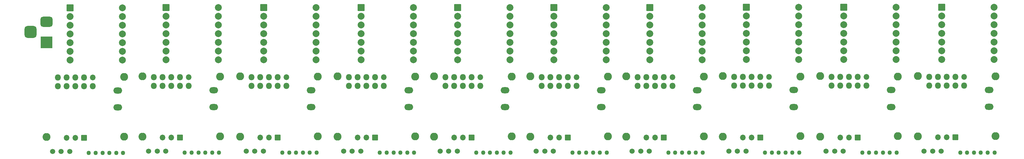
<source format=gbr>
%TF.GenerationSoftware,KiCad,Pcbnew,8.0.6*%
%TF.CreationDate,2024-11-22T20:17:50-05:00*%
%TF.ProjectId,exosuit_modular_board,65786f73-7569-4745-9f6d-6f64756c6172,rev?*%
%TF.SameCoordinates,Original*%
%TF.FileFunction,Soldermask,Top*%
%TF.FilePolarity,Negative*%
%FSLAX46Y46*%
G04 Gerber Fmt 4.6, Leading zero omitted, Abs format (unit mm)*
G04 Created by KiCad (PCBNEW 8.0.6) date 2024-11-22 20:17:50*
%MOMM*%
%LPD*%
G01*
G04 APERTURE LIST*
G04 Aperture macros list*
%AMRoundRect*
0 Rectangle with rounded corners*
0 $1 Rounding radius*
0 $2 $3 $4 $5 $6 $7 $8 $9 X,Y pos of 4 corners*
0 Add a 4 corners polygon primitive as box body*
4,1,4,$2,$3,$4,$5,$6,$7,$8,$9,$2,$3,0*
0 Add four circle primitives for the rounded corners*
1,1,$1+$1,$2,$3*
1,1,$1+$1,$4,$5*
1,1,$1+$1,$6,$7*
1,1,$1+$1,$8,$9*
0 Add four rect primitives between the rounded corners*
20,1,$1+$1,$2,$3,$4,$5,0*
20,1,$1+$1,$4,$5,$6,$7,0*
20,1,$1+$1,$6,$7,$8,$9,0*
20,1,$1+$1,$8,$9,$2,$3,0*%
G04 Aperture macros list end*
%ADD10O,2.601600X1.801600*%
%ADD11O,2.301600X2.301600*%
%ADD12C,1.270000*%
%ADD13O,1.676400X1.676400*%
%ADD14O,1.801600X1.801600*%
%ADD15RoundRect,0.050800X0.787400X0.787400X-0.787400X0.787400X-0.787400X-0.787400X0.787400X-0.787400X0*%
%ADD16RoundRect,0.102000X-0.900000X-0.900000X0.900000X-0.900000X0.900000X0.900000X-0.900000X0.900000X0*%
%ADD17C,2.004000*%
%ADD18C,1.498600*%
%ADD19R,3.500000X3.500000*%
%ADD20RoundRect,0.750000X-1.000000X0.750000X-1.000000X-0.750000X1.000000X-0.750000X1.000000X0.750000X0*%
%ADD21RoundRect,0.875000X-0.875000X0.875000X-0.875000X-0.875000X0.875000X-0.875000X0.875000X0.875000X0*%
G04 APERTURE END LIST*
D10*
%TO.C,*%
X206901957Y-105425000D03*
%TD*%
D11*
%TO.C,*%
X355093000Y-101326000D03*
%TD*%
D12*
%TO.C,J7s1*%
X310903085Y-123684000D03*
X312903086Y-123684000D03*
X314903085Y-123684000D03*
X316903086Y-123684000D03*
X318903084Y-123684000D03*
X320903085Y-123684000D03*
%TD*%
D13*
%TO.C,H1*%
X143303915Y-101700000D03*
D14*
X143303915Y-104240000D03*
X140763915Y-101700000D03*
X140763915Y-104240000D03*
X138223915Y-101700000D03*
X138223915Y-104240000D03*
X135683915Y-101700000D03*
X135683915Y-104240000D03*
X133143915Y-101700000D03*
X133143915Y-104240000D03*
%TD*%
D11*
%TO.C,*%
X186200957Y-101361000D03*
%TD*%
D10*
%TO.C,Pad_gge5124*%
X150542915Y-105510000D03*
%TD*%
%TO.C,*%
X235290015Y-105425000D03*
%TD*%
D13*
%TO.C,H5*%
X256133858Y-101615000D03*
D14*
X256133858Y-104155000D03*
X253593858Y-101615000D03*
X253593858Y-104155000D03*
X251053858Y-101615000D03*
X251053858Y-104155000D03*
X248513858Y-101615000D03*
X248513858Y-104155000D03*
X245973858Y-101615000D03*
X245973858Y-104155000D03*
%TD*%
D11*
%TO.C,*%
X208806957Y-118887000D03*
%TD*%
D10*
%TO.C,*%
X347444000Y-105390000D03*
%TD*%
D11*
%TO.C,*%
X298620000Y-101355000D03*
%TD*%
%TO.C,*%
X293277858Y-118887000D03*
%TD*%
D15*
%TO.C,P4*%
X225511015Y-119268000D03*
D13*
X222971015Y-119268000D03*
X220431015Y-119268000D03*
%TD*%
D16*
%TO.C,U10*%
X390471085Y-81230000D03*
D17*
X390471085Y-83770000D03*
X390471085Y-86310000D03*
X390471085Y-88850000D03*
X390471085Y-91390000D03*
X390471085Y-93930000D03*
X390471085Y-96470000D03*
X405711085Y-96470000D03*
X405711085Y-93930000D03*
X405711085Y-91390000D03*
X405711085Y-88850000D03*
X405711085Y-86310000D03*
X405711085Y-83770000D03*
X405711085Y-81230000D03*
%TD*%
D15*
%TO.C,P9*%
X366015000Y-119233000D03*
D13*
X363475000Y-119233000D03*
X360935000Y-119233000D03*
%TD*%
D10*
%TO.C,*%
X178487915Y-110378000D03*
%TD*%
D13*
%TO.C,H7*%
X312082000Y-101609000D03*
D14*
X312082000Y-104149000D03*
X309542000Y-101609000D03*
X309542000Y-104149000D03*
X307002000Y-101609000D03*
X307002000Y-104149000D03*
X304462000Y-101609000D03*
X304462000Y-104149000D03*
X301922000Y-101609000D03*
X301922000Y-104149000D03*
%TD*%
D18*
%TO.C,J5m1*%
X249425043Y-123269900D03*
X246925043Y-123269900D03*
X244425043Y-123269900D03*
%TD*%
D10*
%TO.C,*%
X375794000Y-110343000D03*
%TD*%
D11*
%TO.C,*%
X180392915Y-101488000D03*
%TD*%
%TO.C,*%
X242671858Y-119014000D03*
%TD*%
D10*
%TO.C,*%
X347444000Y-110343000D03*
%TD*%
D15*
%TO.C,P8*%
X337665000Y-119233000D03*
D13*
X335125000Y-119233000D03*
X332585000Y-119233000D03*
%TD*%
D11*
%TO.C,*%
X157786915Y-101361000D03*
%TD*%
D12*
%TO.C,J1s1*%
X142125000Y-123775000D03*
X144125001Y-123775000D03*
X146125000Y-123775000D03*
X148125001Y-123775000D03*
X150124999Y-123775000D03*
X152125000Y-123775000D03*
%TD*%
D16*
%TO.C,U1*%
X136705000Y-81380000D03*
D17*
X136705000Y-83920000D03*
X136705000Y-86460000D03*
X136705000Y-89000000D03*
X136705000Y-91540000D03*
X136705000Y-94080000D03*
X136705000Y-96620000D03*
X151945000Y-96620000D03*
X151945000Y-94080000D03*
X151945000Y-91540000D03*
X151945000Y-89000000D03*
X151945000Y-86460000D03*
X151945000Y-83920000D03*
X151945000Y-81380000D03*
%TD*%
D16*
%TO.C,U8*%
X333606085Y-81260000D03*
D17*
X333606085Y-83800000D03*
X333606085Y-86340000D03*
X333606085Y-88880000D03*
X333606085Y-91420000D03*
X333606085Y-93960000D03*
X333606085Y-96500000D03*
X348846085Y-96500000D03*
X348846085Y-93960000D03*
X348846085Y-91420000D03*
X348846085Y-88880000D03*
X348846085Y-86340000D03*
X348846085Y-83800000D03*
X348846085Y-81260000D03*
%TD*%
D11*
%TO.C,*%
X186200957Y-119014000D03*
%TD*%
D16*
%TO.C,U5*%
X249534943Y-81295000D03*
D17*
X249534943Y-83835000D03*
X249534943Y-86375000D03*
X249534943Y-88915000D03*
X249534943Y-91455000D03*
X249534943Y-93995000D03*
X249534943Y-96535000D03*
X264774943Y-96535000D03*
X264774943Y-93995000D03*
X264774943Y-91455000D03*
X264774943Y-88915000D03*
X264774943Y-86375000D03*
X264774943Y-83835000D03*
X264774943Y-81295000D03*
%TD*%
D12*
%TO.C,J2s1*%
X170070000Y-123690000D03*
X172070001Y-123690000D03*
X174070000Y-123690000D03*
X176070001Y-123690000D03*
X178069999Y-123690000D03*
X180070000Y-123690000D03*
%TD*%
D10*
%TO.C,Pad_gge5154*%
X150542915Y-110463000D03*
%TD*%
%TO.C,*%
X404309000Y-105360000D03*
%TD*%
D18*
%TO.C,J9m1*%
X361846185Y-123234900D03*
X359346185Y-123234900D03*
X356846185Y-123234900D03*
%TD*%
%TO.C,J1m1*%
X136595100Y-123354900D03*
X134095100Y-123354900D03*
X131595100Y-123354900D03*
%TD*%
D19*
%TO.C,BJ1*%
X129825000Y-91450000D03*
D20*
X129825000Y-85450000D03*
D21*
X125125000Y-88450000D03*
%TD*%
D11*
%TO.C,*%
X270671858Y-101361000D03*
%TD*%
%TO.C,*%
X321226000Y-118881000D03*
%TD*%
D12*
%TO.C,J9s1*%
X367376085Y-123655000D03*
X369376086Y-123655000D03*
X371376085Y-123655000D03*
X373376086Y-123655000D03*
X375376084Y-123655000D03*
X377376085Y-123655000D03*
%TD*%
D11*
%TO.C,Pad_gge7437*%
X152447915Y-101573000D03*
%TD*%
D15*
%TO.C,P5*%
X253593858Y-119268000D03*
D13*
X251053858Y-119268000D03*
X248513858Y-119268000D03*
%TD*%
D11*
%TO.C,*%
X321226000Y-101482000D03*
%TD*%
D15*
%TO.C,P2*%
X168708915Y-119268000D03*
D13*
X166168915Y-119268000D03*
X163628915Y-119268000D03*
%TD*%
D12*
%TO.C,J5s1*%
X254954943Y-123690000D03*
X256954944Y-123690000D03*
X258954943Y-123690000D03*
X260954944Y-123690000D03*
X262954942Y-123690000D03*
X264954943Y-123690000D03*
%TD*%
D10*
%TO.C,*%
X319321000Y-105419000D03*
%TD*%
D15*
%TO.C,P10*%
X394530000Y-119203000D03*
D13*
X391990000Y-119203000D03*
X389450000Y-119203000D03*
%TD*%
D10*
%TO.C,*%
X263372858Y-105425000D03*
%TD*%
D18*
%TO.C,J8m1*%
X333496185Y-123234900D03*
X330996185Y-123234900D03*
X328496185Y-123234900D03*
%TD*%
D11*
%TO.C,*%
X180392915Y-118887000D03*
%TD*%
D10*
%TO.C,*%
X319321000Y-110372000D03*
%TD*%
D13*
%TO.C,H4*%
X228051015Y-101615000D03*
D14*
X228051015Y-104155000D03*
X225511015Y-101615000D03*
X225511015Y-104155000D03*
X222971015Y-101615000D03*
X222971015Y-104155000D03*
X220431015Y-101615000D03*
X220431015Y-104155000D03*
X217891015Y-101615000D03*
X217891015Y-104155000D03*
%TD*%
D11*
%TO.C,*%
X326743000Y-118979000D03*
%TD*%
%TO.C,*%
X208806957Y-101488000D03*
%TD*%
D15*
%TO.C,P6*%
X281593858Y-119268000D03*
D13*
X279053858Y-119268000D03*
X276513858Y-119268000D03*
%TD*%
D18*
%TO.C,J2m1*%
X164540100Y-123269900D03*
X162040100Y-123269900D03*
X159540100Y-123269900D03*
%TD*%
D11*
%TO.C,*%
X237195015Y-118887000D03*
%TD*%
D13*
%TO.C,H3*%
X199662957Y-101615000D03*
D14*
X199662957Y-104155000D03*
X197122957Y-101615000D03*
X197122957Y-104155000D03*
X194582957Y-101615000D03*
X194582957Y-104155000D03*
X192042957Y-101615000D03*
X192042957Y-104155000D03*
X189502957Y-101615000D03*
X189502957Y-104155000D03*
%TD*%
D12*
%TO.C,J6s1*%
X282954943Y-123690000D03*
X284954944Y-123690000D03*
X286954943Y-123690000D03*
X288954944Y-123690000D03*
X290954942Y-123690000D03*
X292954943Y-123690000D03*
%TD*%
D11*
%TO.C,Pad_gge5250*%
X152447915Y-118972000D03*
%TD*%
%TO.C,*%
X298620000Y-119008000D03*
%TD*%
%TO.C,*%
X214589015Y-119014000D03*
%TD*%
%TO.C,*%
X349349000Y-101453000D03*
%TD*%
D18*
%TO.C,J6m1*%
X277425043Y-123269900D03*
X274925043Y-123269900D03*
X272425043Y-123269900D03*
%TD*%
D13*
%TO.C,H6*%
X284133858Y-101615000D03*
D14*
X284133858Y-104155000D03*
X281593858Y-101615000D03*
X281593858Y-104155000D03*
X279053858Y-101615000D03*
X279053858Y-104155000D03*
X276513858Y-101615000D03*
X276513858Y-104155000D03*
X273973858Y-101615000D03*
X273973858Y-104155000D03*
%TD*%
D10*
%TO.C,*%
X235290015Y-110378000D03*
%TD*%
D12*
%TO.C,J4s1*%
X226872100Y-123690000D03*
X228872101Y-123690000D03*
X230872100Y-123690000D03*
X232872101Y-123690000D03*
X234872099Y-123690000D03*
X236872100Y-123690000D03*
%TD*%
%TO.C,J10s1*%
X395891085Y-123625000D03*
X397891086Y-123625000D03*
X399891085Y-123625000D03*
X401891086Y-123625000D03*
X403891084Y-123625000D03*
X405891085Y-123625000D03*
%TD*%
D18*
%TO.C,J3m1*%
X192954142Y-123269900D03*
X190454142Y-123269900D03*
X187954142Y-123269900D03*
%TD*%
D11*
%TO.C,*%
X383608000Y-101296000D03*
%TD*%
D15*
%TO.C,P1*%
X140763915Y-119353000D03*
D13*
X138223915Y-119353000D03*
X135683915Y-119353000D03*
%TD*%
D16*
%TO.C,U6*%
X277534943Y-81295000D03*
D17*
X277534943Y-83835000D03*
X277534943Y-86375000D03*
X277534943Y-88915000D03*
X277534943Y-91455000D03*
X277534943Y-93995000D03*
X277534943Y-96535000D03*
X292774943Y-96535000D03*
X292774943Y-93995000D03*
X292774943Y-91455000D03*
X292774943Y-88915000D03*
X292774943Y-86375000D03*
X292774943Y-83835000D03*
X292774943Y-81295000D03*
%TD*%
D16*
%TO.C,U3*%
X193064042Y-81295000D03*
D17*
X193064042Y-83835000D03*
X193064042Y-86375000D03*
X193064042Y-88915000D03*
X193064042Y-91455000D03*
X193064042Y-93995000D03*
X193064042Y-96535000D03*
X208304042Y-96535000D03*
X208304042Y-93995000D03*
X208304042Y-91455000D03*
X208304042Y-88915000D03*
X208304042Y-86375000D03*
X208304042Y-83835000D03*
X208304042Y-81295000D03*
%TD*%
D10*
%TO.C,*%
X291372858Y-110378000D03*
%TD*%
%TO.C,*%
X404309000Y-110313000D03*
%TD*%
D11*
%TO.C,*%
X265277858Y-101488000D03*
%TD*%
%TO.C,*%
X377699000Y-101453000D03*
%TD*%
%TO.C,*%
X326743000Y-101326000D03*
%TD*%
%TO.C,*%
X214589015Y-101361000D03*
%TD*%
%TO.C,*%
X293277858Y-101488000D03*
%TD*%
D13*
%TO.C,H10*%
X397070000Y-101550000D03*
D14*
X397070000Y-104090000D03*
X394530000Y-101550000D03*
X394530000Y-104090000D03*
X391990000Y-101550000D03*
X391990000Y-104090000D03*
X389450000Y-101550000D03*
X389450000Y-104090000D03*
X386910000Y-101550000D03*
X386910000Y-104090000D03*
%TD*%
D10*
%TO.C,*%
X206901957Y-110378000D03*
%TD*%
D16*
%TO.C,U7*%
X305483085Y-81289000D03*
D17*
X305483085Y-83829000D03*
X305483085Y-86369000D03*
X305483085Y-88909000D03*
X305483085Y-91449000D03*
X305483085Y-93989000D03*
X305483085Y-96529000D03*
X320723085Y-96529000D03*
X320723085Y-93989000D03*
X320723085Y-91449000D03*
X320723085Y-88909000D03*
X320723085Y-86369000D03*
X320723085Y-83829000D03*
X320723085Y-81289000D03*
%TD*%
D12*
%TO.C,J8s1*%
X339026085Y-123655000D03*
X341026086Y-123655000D03*
X343026085Y-123655000D03*
X345026086Y-123655000D03*
X347026084Y-123655000D03*
X349026085Y-123655000D03*
%TD*%
D11*
%TO.C,*%
X383608000Y-118949000D03*
%TD*%
%TO.C,*%
X242671858Y-101361000D03*
%TD*%
%TO.C,*%
X406214000Y-118822000D03*
%TD*%
D18*
%TO.C,J10m1*%
X390361185Y-123204900D03*
X387861185Y-123204900D03*
X385361185Y-123204900D03*
%TD*%
D11*
%TO.C,*%
X237195015Y-101488000D03*
%TD*%
D18*
%TO.C,J4m1*%
X221342200Y-123269900D03*
X218842200Y-123269900D03*
X216342200Y-123269900D03*
%TD*%
D16*
%TO.C,U9*%
X361956085Y-81260000D03*
D17*
X361956085Y-83800000D03*
X361956085Y-86340000D03*
X361956085Y-88880000D03*
X361956085Y-91420000D03*
X361956085Y-93960000D03*
X361956085Y-96500000D03*
X377196085Y-96500000D03*
X377196085Y-93960000D03*
X377196085Y-91420000D03*
X377196085Y-88880000D03*
X377196085Y-86340000D03*
X377196085Y-83800000D03*
X377196085Y-81260000D03*
%TD*%
D13*
%TO.C,H9*%
X368555000Y-101580000D03*
D14*
X368555000Y-104120000D03*
X366015000Y-101580000D03*
X366015000Y-104120000D03*
X363475000Y-101580000D03*
X363475000Y-104120000D03*
X360935000Y-101580000D03*
X360935000Y-104120000D03*
X358395000Y-101580000D03*
X358395000Y-104120000D03*
%TD*%
D11*
%TO.C,Pad_gge5349*%
X129841915Y-119099000D03*
%TD*%
D10*
%TO.C,*%
X263372858Y-110378000D03*
%TD*%
D11*
%TO.C,*%
X270671858Y-119014000D03*
%TD*%
D16*
%TO.C,U2*%
X164650000Y-81295000D03*
D17*
X164650000Y-83835000D03*
X164650000Y-86375000D03*
X164650000Y-88915000D03*
X164650000Y-91455000D03*
X164650000Y-93995000D03*
X164650000Y-96535000D03*
X179890000Y-96535000D03*
X179890000Y-93995000D03*
X179890000Y-91455000D03*
X179890000Y-88915000D03*
X179890000Y-86375000D03*
X179890000Y-83835000D03*
X179890000Y-81295000D03*
%TD*%
D10*
%TO.C,*%
X291372858Y-105425000D03*
%TD*%
D11*
%TO.C,*%
X265277858Y-118887000D03*
%TD*%
%TO.C,*%
X157786915Y-119014000D03*
%TD*%
%TO.C,*%
X377699000Y-118852000D03*
%TD*%
D10*
%TO.C,*%
X178487915Y-105425000D03*
%TD*%
D13*
%TO.C,H8*%
X340205000Y-101580000D03*
D14*
X340205000Y-104120000D03*
X337665000Y-101580000D03*
X337665000Y-104120000D03*
X335125000Y-101580000D03*
X335125000Y-104120000D03*
X332585000Y-101580000D03*
X332585000Y-104120000D03*
X330045000Y-101580000D03*
X330045000Y-104120000D03*
%TD*%
D11*
%TO.C,*%
X355093000Y-118979000D03*
%TD*%
D15*
%TO.C,P3*%
X197122957Y-119268000D03*
D13*
X194582957Y-119268000D03*
X192042957Y-119268000D03*
%TD*%
D10*
%TO.C,*%
X375794000Y-105390000D03*
%TD*%
D15*
%TO.C,P7*%
X309542000Y-119262000D03*
D13*
X307002000Y-119262000D03*
X304462000Y-119262000D03*
%TD*%
%TO.C,H2*%
X171248915Y-101615000D03*
D14*
X171248915Y-104155000D03*
X168708915Y-101615000D03*
X168708915Y-104155000D03*
X166168915Y-101615000D03*
X166168915Y-104155000D03*
X163628915Y-101615000D03*
X163628915Y-104155000D03*
X161088915Y-101615000D03*
X161088915Y-104155000D03*
%TD*%
D12*
%TO.C,J3s1*%
X198484042Y-123690000D03*
X200484043Y-123690000D03*
X202484042Y-123690000D03*
X204484043Y-123690000D03*
X206484041Y-123690000D03*
X208484042Y-123690000D03*
%TD*%
D11*
%TO.C,*%
X349349000Y-118852000D03*
%TD*%
D18*
%TO.C,J7m1*%
X305373185Y-123263900D03*
X302873185Y-123263900D03*
X300373185Y-123263900D03*
%TD*%
D16*
%TO.C,U4*%
X221452100Y-81295000D03*
D17*
X221452100Y-83835000D03*
X221452100Y-86375000D03*
X221452100Y-88915000D03*
X221452100Y-91455000D03*
X221452100Y-93995000D03*
X221452100Y-96535000D03*
X236692100Y-96535000D03*
X236692100Y-93995000D03*
X236692100Y-91455000D03*
X236692100Y-88915000D03*
X236692100Y-86375000D03*
X236692100Y-83835000D03*
X236692100Y-81295000D03*
%TD*%
D11*
%TO.C,*%
X406214000Y-101423000D03*
%TD*%
M02*

</source>
